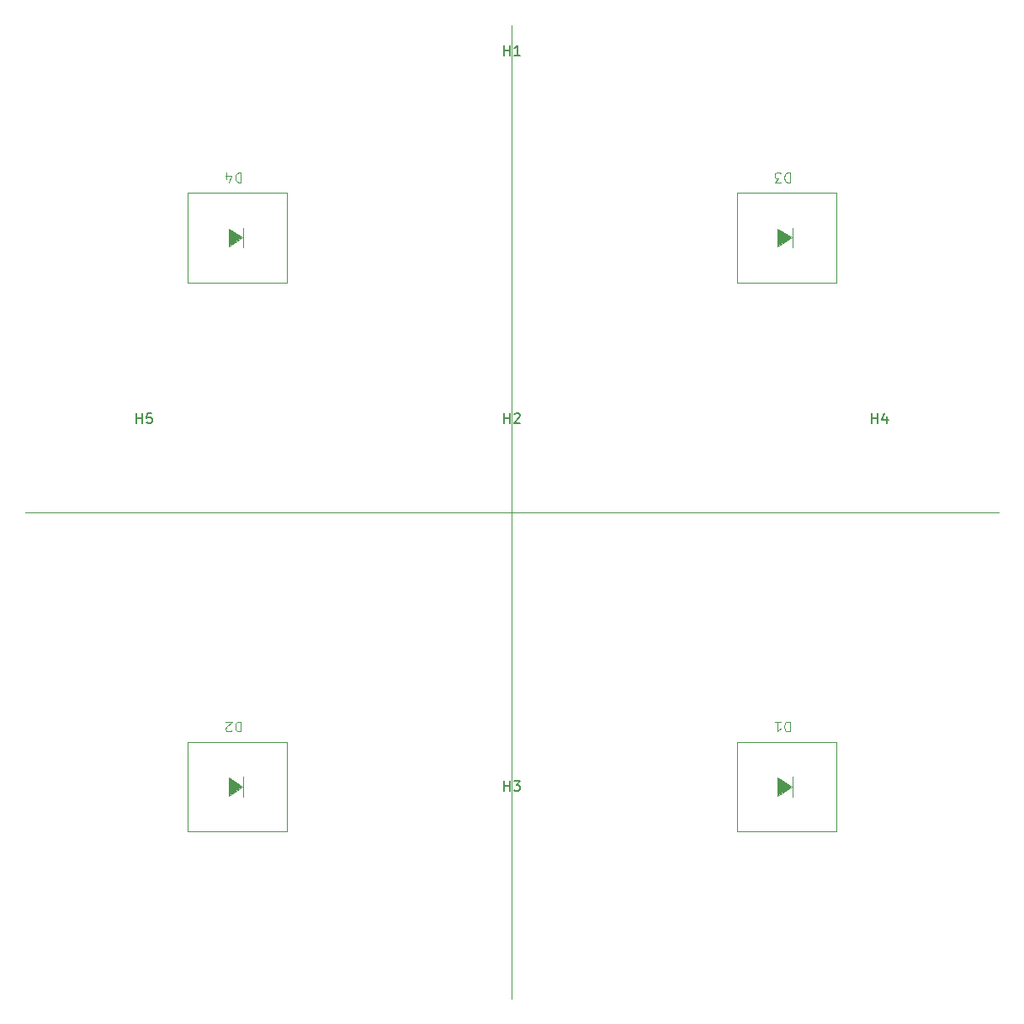
<source format=gbr>
%TF.GenerationSoftware,KiCad,Pcbnew,7.0.5-0*%
%TF.CreationDate,2023-07-24T12:13:10-04:00*%
%TF.ProjectId,quad_sipm,71756164-5f73-4697-906d-2e6b69636164,rev?*%
%TF.SameCoordinates,Original*%
%TF.FileFunction,Legend,Top*%
%TF.FilePolarity,Positive*%
%FSLAX46Y46*%
G04 Gerber Fmt 4.6, Leading zero omitted, Abs format (unit mm)*
G04 Created by KiCad (PCBNEW 7.0.5-0) date 2023-07-24 12:13:10*
%MOMM*%
%LPD*%
G01*
G04 APERTURE LIST*
%ADD10C,0.120000*%
%ADD11C,0.150000*%
%ADD12C,0.100000*%
G04 APERTURE END LIST*
D10*
X51000000Y-100000000D02*
X149000000Y-100000000D01*
X100000000Y-51000000D02*
X100000000Y-149000000D01*
D11*
%TO.C,H2*%
X99238095Y-91054819D02*
X99238095Y-90054819D01*
X99238095Y-90531009D02*
X99809523Y-90531009D01*
X99809523Y-91054819D02*
X99809523Y-90054819D01*
X100238095Y-90150057D02*
X100285714Y-90102438D01*
X100285714Y-90102438D02*
X100380952Y-90054819D01*
X100380952Y-90054819D02*
X100619047Y-90054819D01*
X100619047Y-90054819D02*
X100714285Y-90102438D01*
X100714285Y-90102438D02*
X100761904Y-90150057D01*
X100761904Y-90150057D02*
X100809523Y-90245295D01*
X100809523Y-90245295D02*
X100809523Y-90340533D01*
X100809523Y-90340533D02*
X100761904Y-90483390D01*
X100761904Y-90483390D02*
X100190476Y-91054819D01*
X100190476Y-91054819D02*
X100809523Y-91054819D01*
%TO.C,H3*%
X99238095Y-128054819D02*
X99238095Y-127054819D01*
X99238095Y-127531009D02*
X99809523Y-127531009D01*
X99809523Y-128054819D02*
X99809523Y-127054819D01*
X100190476Y-127054819D02*
X100809523Y-127054819D01*
X100809523Y-127054819D02*
X100476190Y-127435771D01*
X100476190Y-127435771D02*
X100619047Y-127435771D01*
X100619047Y-127435771D02*
X100714285Y-127483390D01*
X100714285Y-127483390D02*
X100761904Y-127531009D01*
X100761904Y-127531009D02*
X100809523Y-127626247D01*
X100809523Y-127626247D02*
X100809523Y-127864342D01*
X100809523Y-127864342D02*
X100761904Y-127959580D01*
X100761904Y-127959580D02*
X100714285Y-128007200D01*
X100714285Y-128007200D02*
X100619047Y-128054819D01*
X100619047Y-128054819D02*
X100333333Y-128054819D01*
X100333333Y-128054819D02*
X100238095Y-128007200D01*
X100238095Y-128007200D02*
X100190476Y-127959580D01*
%TO.C,H4*%
X136238095Y-91054819D02*
X136238095Y-90054819D01*
X136238095Y-90531009D02*
X136809523Y-90531009D01*
X136809523Y-91054819D02*
X136809523Y-90054819D01*
X137714285Y-90388152D02*
X137714285Y-91054819D01*
X137476190Y-90007200D02*
X137238095Y-90721485D01*
X137238095Y-90721485D02*
X137857142Y-90721485D01*
%TO.C,H5*%
X62238095Y-91054819D02*
X62238095Y-90054819D01*
X62238095Y-90531009D02*
X62809523Y-90531009D01*
X62809523Y-91054819D02*
X62809523Y-90054819D01*
X63761904Y-90054819D02*
X63285714Y-90054819D01*
X63285714Y-90054819D02*
X63238095Y-90531009D01*
X63238095Y-90531009D02*
X63285714Y-90483390D01*
X63285714Y-90483390D02*
X63380952Y-90435771D01*
X63380952Y-90435771D02*
X63619047Y-90435771D01*
X63619047Y-90435771D02*
X63714285Y-90483390D01*
X63714285Y-90483390D02*
X63761904Y-90531009D01*
X63761904Y-90531009D02*
X63809523Y-90626247D01*
X63809523Y-90626247D02*
X63809523Y-90864342D01*
X63809523Y-90864342D02*
X63761904Y-90959580D01*
X63761904Y-90959580D02*
X63714285Y-91007200D01*
X63714285Y-91007200D02*
X63619047Y-91054819D01*
X63619047Y-91054819D02*
X63380952Y-91054819D01*
X63380952Y-91054819D02*
X63285714Y-91007200D01*
X63285714Y-91007200D02*
X63238095Y-90959580D01*
%TO.C,H1*%
X99238095Y-54054819D02*
X99238095Y-53054819D01*
X99238095Y-53531009D02*
X99809523Y-53531009D01*
X99809523Y-54054819D02*
X99809523Y-53054819D01*
X100809523Y-54054819D02*
X100238095Y-54054819D01*
X100523809Y-54054819D02*
X100523809Y-53054819D01*
X100523809Y-53054819D02*
X100428571Y-53197676D01*
X100428571Y-53197676D02*
X100333333Y-53292914D01*
X100333333Y-53292914D02*
X100238095Y-53340533D01*
D12*
%TO.C,D1*%
X127973094Y-121077580D02*
X127973094Y-122077580D01*
X127973094Y-122077580D02*
X127734999Y-122077580D01*
X127734999Y-122077580D02*
X127592142Y-122029961D01*
X127592142Y-122029961D02*
X127496904Y-121934723D01*
X127496904Y-121934723D02*
X127449285Y-121839485D01*
X127449285Y-121839485D02*
X127401666Y-121649009D01*
X127401666Y-121649009D02*
X127401666Y-121506152D01*
X127401666Y-121506152D02*
X127449285Y-121315676D01*
X127449285Y-121315676D02*
X127496904Y-121220438D01*
X127496904Y-121220438D02*
X127592142Y-121125200D01*
X127592142Y-121125200D02*
X127734999Y-121077580D01*
X127734999Y-121077580D02*
X127973094Y-121077580D01*
X126449285Y-121077580D02*
X127020713Y-121077580D01*
X126734999Y-121077580D02*
X126734999Y-122077580D01*
X126734999Y-122077580D02*
X126830237Y-121934723D01*
X126830237Y-121934723D02*
X126925475Y-121839485D01*
X126925475Y-121839485D02*
X127020713Y-121791866D01*
%TO.C,D2*%
X72728094Y-121077580D02*
X72728094Y-122077580D01*
X72728094Y-122077580D02*
X72489999Y-122077580D01*
X72489999Y-122077580D02*
X72347142Y-122029961D01*
X72347142Y-122029961D02*
X72251904Y-121934723D01*
X72251904Y-121934723D02*
X72204285Y-121839485D01*
X72204285Y-121839485D02*
X72156666Y-121649009D01*
X72156666Y-121649009D02*
X72156666Y-121506152D01*
X72156666Y-121506152D02*
X72204285Y-121315676D01*
X72204285Y-121315676D02*
X72251904Y-121220438D01*
X72251904Y-121220438D02*
X72347142Y-121125200D01*
X72347142Y-121125200D02*
X72489999Y-121077580D01*
X72489999Y-121077580D02*
X72728094Y-121077580D01*
X71775713Y-121982342D02*
X71728094Y-122029961D01*
X71728094Y-122029961D02*
X71632856Y-122077580D01*
X71632856Y-122077580D02*
X71394761Y-122077580D01*
X71394761Y-122077580D02*
X71299523Y-122029961D01*
X71299523Y-122029961D02*
X71251904Y-121982342D01*
X71251904Y-121982342D02*
X71204285Y-121887104D01*
X71204285Y-121887104D02*
X71204285Y-121791866D01*
X71204285Y-121791866D02*
X71251904Y-121649009D01*
X71251904Y-121649009D02*
X71823332Y-121077580D01*
X71823332Y-121077580D02*
X71204285Y-121077580D01*
%TO.C,D4*%
X72728094Y-65832580D02*
X72728094Y-66832580D01*
X72728094Y-66832580D02*
X72489999Y-66832580D01*
X72489999Y-66832580D02*
X72347142Y-66784961D01*
X72347142Y-66784961D02*
X72251904Y-66689723D01*
X72251904Y-66689723D02*
X72204285Y-66594485D01*
X72204285Y-66594485D02*
X72156666Y-66404009D01*
X72156666Y-66404009D02*
X72156666Y-66261152D01*
X72156666Y-66261152D02*
X72204285Y-66070676D01*
X72204285Y-66070676D02*
X72251904Y-65975438D01*
X72251904Y-65975438D02*
X72347142Y-65880200D01*
X72347142Y-65880200D02*
X72489999Y-65832580D01*
X72489999Y-65832580D02*
X72728094Y-65832580D01*
X71299523Y-66499247D02*
X71299523Y-65832580D01*
X71537618Y-66880200D02*
X71775713Y-66165914D01*
X71775713Y-66165914D02*
X71156666Y-66165914D01*
%TO.C,D3*%
X127973094Y-65832580D02*
X127973094Y-66832580D01*
X127973094Y-66832580D02*
X127734999Y-66832580D01*
X127734999Y-66832580D02*
X127592142Y-66784961D01*
X127592142Y-66784961D02*
X127496904Y-66689723D01*
X127496904Y-66689723D02*
X127449285Y-66594485D01*
X127449285Y-66594485D02*
X127401666Y-66404009D01*
X127401666Y-66404009D02*
X127401666Y-66261152D01*
X127401666Y-66261152D02*
X127449285Y-66070676D01*
X127449285Y-66070676D02*
X127496904Y-65975438D01*
X127496904Y-65975438D02*
X127592142Y-65880200D01*
X127592142Y-65880200D02*
X127734999Y-65832580D01*
X127734999Y-65832580D02*
X127973094Y-65832580D01*
X127068332Y-66832580D02*
X126449285Y-66832580D01*
X126449285Y-66832580D02*
X126782618Y-66451628D01*
X126782618Y-66451628D02*
X126639761Y-66451628D01*
X126639761Y-66451628D02*
X126544523Y-66404009D01*
X126544523Y-66404009D02*
X126496904Y-66356390D01*
X126496904Y-66356390D02*
X126449285Y-66261152D01*
X126449285Y-66261152D02*
X126449285Y-66023057D01*
X126449285Y-66023057D02*
X126496904Y-65927819D01*
X126496904Y-65927819D02*
X126544523Y-65880200D01*
X126544523Y-65880200D02*
X126639761Y-65832580D01*
X126639761Y-65832580D02*
X126925475Y-65832580D01*
X126925475Y-65832580D02*
X127020713Y-65880200D01*
X127020713Y-65880200D02*
X127068332Y-65927819D01*
%TO.C,D1*%
X132635000Y-132135000D02*
X132635000Y-123135000D01*
X132635000Y-132135000D02*
X122635000Y-132135000D01*
X132635000Y-123135000D02*
X122635000Y-123135000D01*
X128235000Y-128635000D02*
X128235000Y-126635000D01*
X122635000Y-123135000D02*
X122635000Y-132135000D01*
X128135000Y-127635000D02*
X126735000Y-128535000D01*
X126735000Y-126735000D01*
X128135000Y-127635000D01*
G36*
X128135000Y-127635000D02*
G01*
X126735000Y-128535000D01*
X126735000Y-126735000D01*
X128135000Y-127635000D01*
G37*
%TO.C,D2*%
X77390000Y-132135000D02*
X77390000Y-123135000D01*
X77390000Y-132135000D02*
X67390000Y-132135000D01*
X77390000Y-123135000D02*
X67390000Y-123135000D01*
X72990000Y-128635000D02*
X72990000Y-126635000D01*
X67390000Y-123135000D02*
X67390000Y-132135000D01*
X72890000Y-127635000D02*
X71490000Y-128535000D01*
X71490000Y-126735000D01*
X72890000Y-127635000D01*
G36*
X72890000Y-127635000D02*
G01*
X71490000Y-128535000D01*
X71490000Y-126735000D01*
X72890000Y-127635000D01*
G37*
%TO.C,D4*%
X77390000Y-76890000D02*
X77390000Y-67890000D01*
X77390000Y-76890000D02*
X67390000Y-76890000D01*
X77390000Y-67890000D02*
X67390000Y-67890000D01*
X72990000Y-73390000D02*
X72990000Y-71390000D01*
X67390000Y-67890000D02*
X67390000Y-76890000D01*
X72890000Y-72390000D02*
X71490000Y-73290000D01*
X71490000Y-71490000D01*
X72890000Y-72390000D01*
G36*
X72890000Y-72390000D02*
G01*
X71490000Y-73290000D01*
X71490000Y-71490000D01*
X72890000Y-72390000D01*
G37*
%TO.C,D3*%
X132635000Y-76890000D02*
X132635000Y-67890000D01*
X132635000Y-76890000D02*
X122635000Y-76890000D01*
X132635000Y-67890000D02*
X122635000Y-67890000D01*
X128235000Y-73390000D02*
X128235000Y-71390000D01*
X122635000Y-67890000D02*
X122635000Y-76890000D01*
X128135000Y-72390000D02*
X126735000Y-73290000D01*
X126735000Y-71490000D01*
X128135000Y-72390000D01*
G36*
X128135000Y-72390000D02*
G01*
X126735000Y-73290000D01*
X126735000Y-71490000D01*
X128135000Y-72390000D01*
G37*
%TD*%
M02*

</source>
